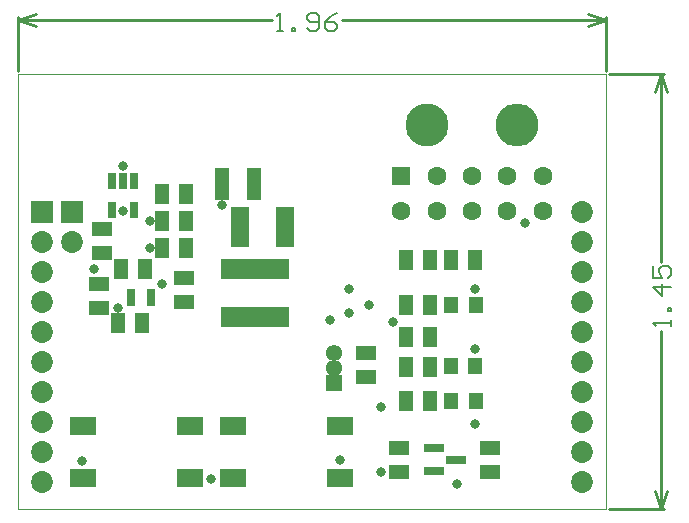
<source format=gts>
G04*
G04 #@! TF.GenerationSoftware,Altium Limited,Altium Designer,22.1.2 (22)*
G04*
G04 Layer_Color=8388736*
%FSLAX24Y24*%
%MOIN*%
G70*
G04*
G04 #@! TF.SameCoordinates,DBC7EA0D-69B3-450F-904D-AD9F02155F9B*
G04*
G04*
G04 #@! TF.FilePolarity,Negative*
G04*
G01*
G75*
%ADD12C,0.0100*%
%ADD17C,0.0000*%
%ADD18C,0.0060*%
%ADD19R,0.0513X0.0552*%
%ADD20R,0.0297X0.0552*%
%ADD21R,0.0480X0.0680*%
%ADD22R,0.0680X0.0480*%
%ADD23R,0.0274X0.0198*%
%ADD24R,0.0690X0.0297*%
%ADD25R,0.2285X0.0690*%
%ADD26R,0.0631X0.1379*%
%ADD27R,0.0907X0.0631*%
%ADD28R,0.0513X0.1104*%
%ADD29C,0.0543*%
%ADD30R,0.0543X0.0543*%
%ADD31R,0.0629X0.0629*%
%ADD32C,0.0629*%
%ADD33C,0.1431*%
%ADD34O,0.1431X0.1431*%
%ADD35C,0.0730*%
%ADD36R,0.0730X0.0730*%
%ADD37C,0.0330*%
D12*
X21425Y14500D02*
X21625Y13900D01*
X21225D02*
X21425Y14500D01*
X21225Y600D02*
X21425Y0D01*
X21625Y600D01*
X21425Y8250D02*
Y14500D01*
Y0D02*
Y5930D01*
X19700Y14500D02*
X21525D01*
X19700Y0D02*
X21525D01*
X0Y16300D02*
X600Y16500D01*
X0Y16300D02*
X600Y16100D01*
X19000D02*
X19600Y16300D01*
X19000Y16500D02*
X19600Y16300D01*
X0D02*
X8480D01*
X10800D02*
X19600D01*
X0Y14600D02*
Y16400D01*
X19600Y14600D02*
Y16400D01*
D17*
X0Y0D02*
X19600D01*
Y14500D01*
X0D02*
X19600D01*
X0Y0D02*
Y14500D01*
Y0D02*
X19600D01*
Y14500D01*
X0D02*
X19600D01*
X0Y0D02*
Y14500D01*
D18*
X21785Y6090D02*
Y6290D01*
Y6190D01*
X21185D01*
X21285Y6090D01*
X21785Y6590D02*
X21685D01*
Y6690D01*
X21785D01*
Y6590D01*
Y7390D02*
X21185D01*
X21485Y7090D01*
Y7490D01*
X21185Y8090D02*
Y7690D01*
X21485D01*
X21385Y7890D01*
Y7990D01*
X21485Y8090D01*
X21685D01*
X21785Y7990D01*
Y7790D01*
X21685Y7690D01*
X8640Y15940D02*
X8840D01*
X8740D01*
Y16540D01*
X8640Y16440D01*
X9140Y15940D02*
Y16040D01*
X9240D01*
Y15940D01*
X9140D01*
X9640Y16040D02*
X9740Y15940D01*
X9940D01*
X10040Y16040D01*
Y16440D01*
X9940Y16540D01*
X9740D01*
X9640Y16440D01*
Y16340D01*
X9740Y16240D01*
X10040D01*
X10640Y16540D02*
X10440Y16440D01*
X10240Y16240D01*
Y16040D01*
X10340Y15940D01*
X10540D01*
X10640Y16040D01*
Y16140D01*
X10540Y16240D01*
X10240D01*
D19*
X14437Y3600D02*
D03*
X15263D02*
D03*
X14423Y4763D02*
D03*
X15250D02*
D03*
X15263Y6800D02*
D03*
X14437D02*
D03*
D20*
X3874Y10942D02*
D03*
X3500D02*
D03*
X3126D02*
D03*
Y9958D02*
D03*
X3874D02*
D03*
D21*
X13750Y4750D02*
D03*
X12950D02*
D03*
X13750Y3600D02*
D03*
X12950D02*
D03*
X13750Y5750D02*
D03*
X12950D02*
D03*
X3350Y6200D02*
D03*
X4150D02*
D03*
X15250Y8300D02*
D03*
X14450D02*
D03*
X12950D02*
D03*
X13750D02*
D03*
X12950Y6800D02*
D03*
X13750D02*
D03*
X3450Y8000D02*
D03*
X4250D02*
D03*
X4800Y10500D02*
D03*
X5600D02*
D03*
X4800Y8700D02*
D03*
X5600D02*
D03*
X4800Y9600D02*
D03*
X5600D02*
D03*
D22*
X11600Y5200D02*
D03*
Y4400D02*
D03*
X12700Y1250D02*
D03*
Y2050D02*
D03*
X2700Y7500D02*
D03*
Y6700D02*
D03*
X2800Y9350D02*
D03*
Y8550D02*
D03*
X15750Y1250D02*
D03*
Y2050D02*
D03*
X5550Y7700D02*
D03*
Y6900D02*
D03*
D23*
X4438Y7050D02*
D03*
X3782Y6853D02*
D03*
Y7050D02*
D03*
Y7247D02*
D03*
X4438D02*
D03*
Y6853D02*
D03*
D24*
X13886Y2024D02*
D03*
Y1276D02*
D03*
X14614Y1650D02*
D03*
D25*
X7900Y7997D02*
D03*
Y6403D02*
D03*
D26*
X8898Y9400D02*
D03*
X7402D02*
D03*
D27*
X10741Y2782D02*
D03*
Y1018D02*
D03*
X7159D02*
D03*
Y2782D02*
D03*
X5741D02*
D03*
Y1018D02*
D03*
X2159D02*
D03*
Y2782D02*
D03*
D28*
X7882Y10850D02*
D03*
X6819D02*
D03*
D29*
X10550Y5200D02*
D03*
Y4700D02*
D03*
D30*
Y4200D02*
D03*
D31*
X12776Y11100D02*
D03*
D32*
X13957D02*
D03*
X15138D02*
D03*
X16319D02*
D03*
X17500D02*
D03*
X12776Y9919D02*
D03*
X13957D02*
D03*
X15138D02*
D03*
X16319D02*
D03*
X17500D02*
D03*
D33*
X13626Y12801D02*
D03*
D34*
X16650D02*
D03*
D35*
X1800Y8900D02*
D03*
X18800Y900D02*
D03*
Y1900D02*
D03*
Y4900D02*
D03*
Y3900D02*
D03*
Y2900D02*
D03*
Y9900D02*
D03*
Y6900D02*
D03*
Y8900D02*
D03*
Y7900D02*
D03*
Y5900D02*
D03*
X800D02*
D03*
Y2900D02*
D03*
Y3900D02*
D03*
Y4900D02*
D03*
Y1900D02*
D03*
Y900D02*
D03*
Y7900D02*
D03*
Y8900D02*
D03*
Y6900D02*
D03*
D36*
Y9900D02*
D03*
X1800D02*
D03*
D37*
X4400Y8700D02*
D03*
Y9600D02*
D03*
X15250Y2850D02*
D03*
X16900Y9550D02*
D03*
X15250Y5350D02*
D03*
X12500Y6250D02*
D03*
X12100Y3400D02*
D03*
X4811Y7500D02*
D03*
X3500Y11450D02*
D03*
Y9950D02*
D03*
X15250Y7350D02*
D03*
X11050Y7329D02*
D03*
X12100Y1250D02*
D03*
X10750Y1650D02*
D03*
X2150Y1600D02*
D03*
X14650Y850D02*
D03*
X2550Y8000D02*
D03*
X10400Y6300D02*
D03*
X11050Y6550D02*
D03*
X11700Y6800D02*
D03*
X6450Y1000D02*
D03*
X6800Y10150D02*
D03*
X3350Y6700D02*
D03*
M02*

</source>
